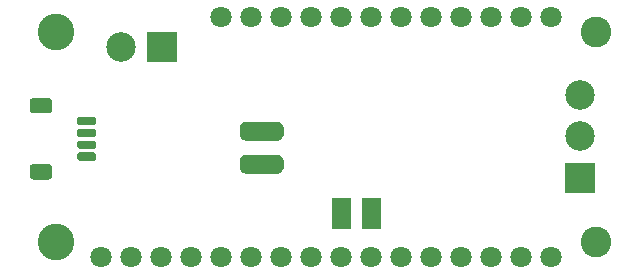
<source format=gbr>
%TF.GenerationSoftware,KiCad,Pcbnew,(5.1.6-0-10_14)*%
%TF.CreationDate,2021-10-24T22:13:31-07:00*%
%TF.ProjectId,Motor_Tester_DRV8830_Wing,4d6f746f-725f-4546-9573-7465725f4452,v01*%
%TF.SameCoordinates,Original*%
%TF.FileFunction,Soldermask,Bot*%
%TF.FilePolarity,Negative*%
%FSLAX46Y46*%
G04 Gerber Fmt 4.6, Leading zero omitted, Abs format (unit mm)*
G04 Created by KiCad (PCBNEW (5.1.6-0-10_14)) date 2021-10-24 22:13:31*
%MOMM*%
%LPD*%
G01*
G04 APERTURE LIST*
%ADD10C,0.100000*%
%ADD11R,1.101600X1.601600*%
%ADD12C,1.801600*%
%ADD13C,2.601600*%
%ADD14C,3.101600*%
%ADD15R,2.501600X2.501600*%
%ADD16C,2.501600*%
G04 APERTURE END LIST*
D10*
%TO.C,JP3*%
G36*
X145100000Y-86800000D02*
G01*
X145100000Y-87500000D01*
X145500000Y-87900000D01*
X148300000Y-87900000D01*
X148700000Y-87500000D01*
X148700000Y-86800000D01*
X148300000Y-86400000D01*
X145500000Y-86400000D01*
X145100000Y-86800000D01*
G37*
X145100000Y-86800000D02*
X145100000Y-87500000D01*
X145500000Y-87900000D01*
X148300000Y-87900000D01*
X148700000Y-87500000D01*
X148700000Y-86800000D01*
X148300000Y-86400000D01*
X145500000Y-86400000D01*
X145100000Y-86800000D01*
%TO.C,JP4*%
G36*
X145100000Y-89600000D02*
G01*
X145100000Y-90300000D01*
X145500000Y-90700000D01*
X148300000Y-90700000D01*
X148700000Y-90300000D01*
X148700000Y-89600000D01*
X148300000Y-89200000D01*
X145500000Y-89200000D01*
X145100000Y-89600000D01*
G37*
X145100000Y-89600000D02*
X145100000Y-90300000D01*
X145500000Y-90700000D01*
X148300000Y-90700000D01*
X148700000Y-90300000D01*
X148700000Y-89600000D01*
X148300000Y-89200000D01*
X145500000Y-89200000D01*
X145100000Y-89600000D01*
%TO.C,JP1*%
G36*
X152900000Y-92850000D02*
G01*
X152900000Y-95350000D01*
X154400000Y-95350000D01*
X154400000Y-92850000D01*
X152900000Y-92850000D01*
G37*
X152900000Y-92850000D02*
X152900000Y-95350000D01*
X154400000Y-95350000D01*
X154400000Y-92850000D01*
X152900000Y-92850000D01*
%TO.C,JP2*%
G36*
X155450000Y-92850000D02*
G01*
X155450000Y-95350000D01*
X156950000Y-95350000D01*
X156950000Y-92850000D01*
X155450000Y-92850000D01*
G37*
X155450000Y-92850000D02*
X155450000Y-95350000D01*
X156950000Y-95350000D01*
X156950000Y-92850000D01*
X155450000Y-92850000D01*
%TD*%
D11*
%TO.C,JP3*%
X146900000Y-87150000D03*
D10*
G36*
X145593887Y-87950198D02*
G01*
X145575466Y-87950198D01*
X145570486Y-87949953D01*
X145521655Y-87945143D01*
X145516725Y-87944412D01*
X145468600Y-87934840D01*
X145463763Y-87933628D01*
X145416808Y-87919384D01*
X145412115Y-87917705D01*
X145366782Y-87898928D01*
X145362274Y-87896796D01*
X145319001Y-87873665D01*
X145314727Y-87871103D01*
X145273928Y-87843843D01*
X145269923Y-87840873D01*
X145231994Y-87809745D01*
X145228300Y-87806397D01*
X145193603Y-87771700D01*
X145190255Y-87768006D01*
X145159127Y-87730077D01*
X145156157Y-87726072D01*
X145128897Y-87685273D01*
X145126335Y-87680999D01*
X145103204Y-87637726D01*
X145101072Y-87633218D01*
X145082295Y-87587885D01*
X145080616Y-87583192D01*
X145066372Y-87536237D01*
X145065160Y-87531400D01*
X145055588Y-87483275D01*
X145054857Y-87478345D01*
X145050047Y-87429514D01*
X145049802Y-87424534D01*
X145049802Y-87406113D01*
X145049200Y-87400000D01*
X145049200Y-86900000D01*
X145049802Y-86893887D01*
X145049802Y-86875466D01*
X145050047Y-86870486D01*
X145054857Y-86821655D01*
X145055588Y-86816725D01*
X145065160Y-86768600D01*
X145066372Y-86763763D01*
X145080616Y-86716808D01*
X145082295Y-86712115D01*
X145101072Y-86666782D01*
X145103204Y-86662274D01*
X145126335Y-86619001D01*
X145128897Y-86614727D01*
X145156157Y-86573928D01*
X145159127Y-86569923D01*
X145190255Y-86531994D01*
X145193603Y-86528300D01*
X145228300Y-86493603D01*
X145231994Y-86490255D01*
X145269923Y-86459127D01*
X145273928Y-86456157D01*
X145314727Y-86428897D01*
X145319001Y-86426335D01*
X145362274Y-86403204D01*
X145366782Y-86401072D01*
X145412115Y-86382295D01*
X145416808Y-86380616D01*
X145463763Y-86366372D01*
X145468600Y-86365160D01*
X145516725Y-86355588D01*
X145521655Y-86354857D01*
X145570486Y-86350047D01*
X145575466Y-86349802D01*
X145593887Y-86349802D01*
X145600000Y-86349200D01*
X146150000Y-86349200D01*
X146159911Y-86350176D01*
X146169440Y-86353067D01*
X146178223Y-86357761D01*
X146185921Y-86364079D01*
X146192239Y-86371777D01*
X146196933Y-86380560D01*
X146199824Y-86390089D01*
X146200800Y-86400000D01*
X146200800Y-87900000D01*
X146199824Y-87909911D01*
X146196933Y-87919440D01*
X146192239Y-87928223D01*
X146185921Y-87935921D01*
X146178223Y-87942239D01*
X146169440Y-87946933D01*
X146159911Y-87949824D01*
X146150000Y-87950800D01*
X145600000Y-87950800D01*
X145593887Y-87950198D01*
G37*
G36*
X147640089Y-87949824D02*
G01*
X147630560Y-87946933D01*
X147621777Y-87942239D01*
X147614079Y-87935921D01*
X147607761Y-87928223D01*
X147603067Y-87919440D01*
X147600176Y-87909911D01*
X147599200Y-87900000D01*
X147599200Y-86400000D01*
X147600176Y-86390089D01*
X147603067Y-86380560D01*
X147607761Y-86371777D01*
X147614079Y-86364079D01*
X147621777Y-86357761D01*
X147630560Y-86353067D01*
X147640089Y-86350176D01*
X147650000Y-86349200D01*
X148200000Y-86349200D01*
X148206113Y-86349802D01*
X148224534Y-86349802D01*
X148229514Y-86350047D01*
X148278345Y-86354857D01*
X148283275Y-86355588D01*
X148331400Y-86365160D01*
X148336237Y-86366372D01*
X148383192Y-86380616D01*
X148387885Y-86382295D01*
X148433218Y-86401072D01*
X148437726Y-86403204D01*
X148480999Y-86426335D01*
X148485273Y-86428897D01*
X148526072Y-86456157D01*
X148530077Y-86459127D01*
X148568006Y-86490255D01*
X148571700Y-86493603D01*
X148606397Y-86528300D01*
X148609745Y-86531994D01*
X148640873Y-86569923D01*
X148643843Y-86573928D01*
X148671103Y-86614727D01*
X148673665Y-86619001D01*
X148696796Y-86662274D01*
X148698928Y-86666782D01*
X148717705Y-86712115D01*
X148719384Y-86716808D01*
X148733628Y-86763763D01*
X148734840Y-86768600D01*
X148744412Y-86816725D01*
X148745143Y-86821655D01*
X148749953Y-86870486D01*
X148750198Y-86875466D01*
X148750198Y-86893887D01*
X148750800Y-86900000D01*
X148750800Y-87400000D01*
X148750198Y-87406113D01*
X148750198Y-87424534D01*
X148749953Y-87429514D01*
X148745143Y-87478345D01*
X148744412Y-87483275D01*
X148734840Y-87531400D01*
X148733628Y-87536237D01*
X148719384Y-87583192D01*
X148717705Y-87587885D01*
X148698928Y-87633218D01*
X148696796Y-87637726D01*
X148673665Y-87680999D01*
X148671103Y-87685273D01*
X148643843Y-87726072D01*
X148640873Y-87730077D01*
X148609745Y-87768006D01*
X148606397Y-87771700D01*
X148571700Y-87806397D01*
X148568006Y-87809745D01*
X148530077Y-87840873D01*
X148526072Y-87843843D01*
X148485273Y-87871103D01*
X148480999Y-87873665D01*
X148437726Y-87896796D01*
X148433218Y-87898928D01*
X148387885Y-87917705D01*
X148383192Y-87919384D01*
X148336237Y-87933628D01*
X148331400Y-87934840D01*
X148283275Y-87944412D01*
X148278345Y-87945143D01*
X148229514Y-87949953D01*
X148224534Y-87950198D01*
X148206113Y-87950198D01*
X148200000Y-87950800D01*
X147650000Y-87950800D01*
X147640089Y-87949824D01*
G37*
%TD*%
D11*
%TO.C,JP4*%
X146900000Y-89950000D03*
D10*
G36*
X145593887Y-90750198D02*
G01*
X145575466Y-90750198D01*
X145570486Y-90749953D01*
X145521655Y-90745143D01*
X145516725Y-90744412D01*
X145468600Y-90734840D01*
X145463763Y-90733628D01*
X145416808Y-90719384D01*
X145412115Y-90717705D01*
X145366782Y-90698928D01*
X145362274Y-90696796D01*
X145319001Y-90673665D01*
X145314727Y-90671103D01*
X145273928Y-90643843D01*
X145269923Y-90640873D01*
X145231994Y-90609745D01*
X145228300Y-90606397D01*
X145193603Y-90571700D01*
X145190255Y-90568006D01*
X145159127Y-90530077D01*
X145156157Y-90526072D01*
X145128897Y-90485273D01*
X145126335Y-90480999D01*
X145103204Y-90437726D01*
X145101072Y-90433218D01*
X145082295Y-90387885D01*
X145080616Y-90383192D01*
X145066372Y-90336237D01*
X145065160Y-90331400D01*
X145055588Y-90283275D01*
X145054857Y-90278345D01*
X145050047Y-90229514D01*
X145049802Y-90224534D01*
X145049802Y-90206113D01*
X145049200Y-90200000D01*
X145049200Y-89700000D01*
X145049802Y-89693887D01*
X145049802Y-89675466D01*
X145050047Y-89670486D01*
X145054857Y-89621655D01*
X145055588Y-89616725D01*
X145065160Y-89568600D01*
X145066372Y-89563763D01*
X145080616Y-89516808D01*
X145082295Y-89512115D01*
X145101072Y-89466782D01*
X145103204Y-89462274D01*
X145126335Y-89419001D01*
X145128897Y-89414727D01*
X145156157Y-89373928D01*
X145159127Y-89369923D01*
X145190255Y-89331994D01*
X145193603Y-89328300D01*
X145228300Y-89293603D01*
X145231994Y-89290255D01*
X145269923Y-89259127D01*
X145273928Y-89256157D01*
X145314727Y-89228897D01*
X145319001Y-89226335D01*
X145362274Y-89203204D01*
X145366782Y-89201072D01*
X145412115Y-89182295D01*
X145416808Y-89180616D01*
X145463763Y-89166372D01*
X145468600Y-89165160D01*
X145516725Y-89155588D01*
X145521655Y-89154857D01*
X145570486Y-89150047D01*
X145575466Y-89149802D01*
X145593887Y-89149802D01*
X145600000Y-89149200D01*
X146150000Y-89149200D01*
X146159911Y-89150176D01*
X146169440Y-89153067D01*
X146178223Y-89157761D01*
X146185921Y-89164079D01*
X146192239Y-89171777D01*
X146196933Y-89180560D01*
X146199824Y-89190089D01*
X146200800Y-89200000D01*
X146200800Y-90700000D01*
X146199824Y-90709911D01*
X146196933Y-90719440D01*
X146192239Y-90728223D01*
X146185921Y-90735921D01*
X146178223Y-90742239D01*
X146169440Y-90746933D01*
X146159911Y-90749824D01*
X146150000Y-90750800D01*
X145600000Y-90750800D01*
X145593887Y-90750198D01*
G37*
G36*
X147640089Y-90749824D02*
G01*
X147630560Y-90746933D01*
X147621777Y-90742239D01*
X147614079Y-90735921D01*
X147607761Y-90728223D01*
X147603067Y-90719440D01*
X147600176Y-90709911D01*
X147599200Y-90700000D01*
X147599200Y-89200000D01*
X147600176Y-89190089D01*
X147603067Y-89180560D01*
X147607761Y-89171777D01*
X147614079Y-89164079D01*
X147621777Y-89157761D01*
X147630560Y-89153067D01*
X147640089Y-89150176D01*
X147650000Y-89149200D01*
X148200000Y-89149200D01*
X148206113Y-89149802D01*
X148224534Y-89149802D01*
X148229514Y-89150047D01*
X148278345Y-89154857D01*
X148283275Y-89155588D01*
X148331400Y-89165160D01*
X148336237Y-89166372D01*
X148383192Y-89180616D01*
X148387885Y-89182295D01*
X148433218Y-89201072D01*
X148437726Y-89203204D01*
X148480999Y-89226335D01*
X148485273Y-89228897D01*
X148526072Y-89256157D01*
X148530077Y-89259127D01*
X148568006Y-89290255D01*
X148571700Y-89293603D01*
X148606397Y-89328300D01*
X148609745Y-89331994D01*
X148640873Y-89369923D01*
X148643843Y-89373928D01*
X148671103Y-89414727D01*
X148673665Y-89419001D01*
X148696796Y-89462274D01*
X148698928Y-89466782D01*
X148717705Y-89512115D01*
X148719384Y-89516808D01*
X148733628Y-89563763D01*
X148734840Y-89568600D01*
X148744412Y-89616725D01*
X148745143Y-89621655D01*
X148749953Y-89670486D01*
X148750198Y-89675466D01*
X148750198Y-89693887D01*
X148750800Y-89700000D01*
X148750800Y-90200000D01*
X148750198Y-90206113D01*
X148750198Y-90224534D01*
X148749953Y-90229514D01*
X148745143Y-90278345D01*
X148744412Y-90283275D01*
X148734840Y-90331400D01*
X148733628Y-90336237D01*
X148719384Y-90383192D01*
X148717705Y-90387885D01*
X148698928Y-90433218D01*
X148696796Y-90437726D01*
X148673665Y-90480999D01*
X148671103Y-90485273D01*
X148643843Y-90526072D01*
X148640873Y-90530077D01*
X148609745Y-90568006D01*
X148606397Y-90571700D01*
X148571700Y-90606397D01*
X148568006Y-90609745D01*
X148530077Y-90640873D01*
X148526072Y-90643843D01*
X148485273Y-90671103D01*
X148480999Y-90673665D01*
X148437726Y-90696796D01*
X148433218Y-90698928D01*
X148387885Y-90717705D01*
X148383192Y-90719384D01*
X148336237Y-90733628D01*
X148331400Y-90734840D01*
X148283275Y-90744412D01*
X148278345Y-90745143D01*
X148229514Y-90749953D01*
X148224534Y-90750198D01*
X148206113Y-90750198D01*
X148200000Y-90750800D01*
X147650000Y-90750800D01*
X147640089Y-90749824D01*
G37*
%TD*%
%TO.C,JP1*%
G36*
X152850176Y-94315089D02*
G01*
X152853067Y-94305560D01*
X152857761Y-94296777D01*
X152864079Y-94289079D01*
X152871821Y-94282732D01*
X153621821Y-93782732D01*
X153630609Y-93778047D01*
X153640142Y-93775166D01*
X153650053Y-93774200D01*
X153659963Y-93775187D01*
X153669489Y-93778087D01*
X153678179Y-93782732D01*
X154428179Y-94282732D01*
X154435883Y-94289041D01*
X154442209Y-94296733D01*
X154446913Y-94305511D01*
X154449813Y-94315037D01*
X154450800Y-94325000D01*
X154450800Y-95325000D01*
X154449824Y-95334911D01*
X154446933Y-95344440D01*
X154442239Y-95353223D01*
X154435921Y-95360921D01*
X154428223Y-95367239D01*
X154419440Y-95371933D01*
X154409911Y-95374824D01*
X154400000Y-95375800D01*
X152900000Y-95375800D01*
X152890089Y-95374824D01*
X152880560Y-95371933D01*
X152871777Y-95367239D01*
X152864079Y-95360921D01*
X152857761Y-95353223D01*
X152853067Y-95344440D01*
X152850176Y-95334911D01*
X152849200Y-95325000D01*
X152849200Y-94325000D01*
X152850176Y-94315089D01*
G37*
G36*
X152850176Y-92865089D02*
G01*
X152853067Y-92855560D01*
X152857761Y-92846777D01*
X152864079Y-92839079D01*
X152871777Y-92832761D01*
X152880560Y-92828067D01*
X152890089Y-92825176D01*
X152900000Y-92824200D01*
X154400000Y-92824200D01*
X154409911Y-92825176D01*
X154419440Y-92828067D01*
X154428223Y-92832761D01*
X154435921Y-92839079D01*
X154442239Y-92846777D01*
X154446933Y-92855560D01*
X154449824Y-92865089D01*
X154450800Y-92875000D01*
X154450800Y-94025000D01*
X154449824Y-94034911D01*
X154446933Y-94044440D01*
X154442239Y-94053223D01*
X154435921Y-94060921D01*
X154428223Y-94067239D01*
X154419440Y-94071933D01*
X154409911Y-94074824D01*
X154400000Y-94075800D01*
X154390089Y-94074824D01*
X154380560Y-94071933D01*
X154371821Y-94067268D01*
X153650000Y-93586054D01*
X152928179Y-94067268D01*
X152919391Y-94071953D01*
X152909858Y-94074834D01*
X152899947Y-94075800D01*
X152890037Y-94074813D01*
X152880511Y-94071913D01*
X152871733Y-94067209D01*
X152864041Y-94060883D01*
X152857732Y-94053179D01*
X152853047Y-94044391D01*
X152850166Y-94034858D01*
X152849200Y-94025000D01*
X152849200Y-92875000D01*
X152850176Y-92865089D01*
G37*
%TD*%
%TO.C,JP2*%
G36*
X155400176Y-94315089D02*
G01*
X155403067Y-94305560D01*
X155407761Y-94296777D01*
X155414079Y-94289079D01*
X155421821Y-94282732D01*
X156171821Y-93782732D01*
X156180609Y-93778047D01*
X156190142Y-93775166D01*
X156200053Y-93774200D01*
X156209963Y-93775187D01*
X156219489Y-93778087D01*
X156228179Y-93782732D01*
X156978179Y-94282732D01*
X156985883Y-94289041D01*
X156992209Y-94296733D01*
X156996913Y-94305511D01*
X156999813Y-94315037D01*
X157000800Y-94325000D01*
X157000800Y-95325000D01*
X156999824Y-95334911D01*
X156996933Y-95344440D01*
X156992239Y-95353223D01*
X156985921Y-95360921D01*
X156978223Y-95367239D01*
X156969440Y-95371933D01*
X156959911Y-95374824D01*
X156950000Y-95375800D01*
X155450000Y-95375800D01*
X155440089Y-95374824D01*
X155430560Y-95371933D01*
X155421777Y-95367239D01*
X155414079Y-95360921D01*
X155407761Y-95353223D01*
X155403067Y-95344440D01*
X155400176Y-95334911D01*
X155399200Y-95325000D01*
X155399200Y-94325000D01*
X155400176Y-94315089D01*
G37*
G36*
X155400176Y-92865089D02*
G01*
X155403067Y-92855560D01*
X155407761Y-92846777D01*
X155414079Y-92839079D01*
X155421777Y-92832761D01*
X155430560Y-92828067D01*
X155440089Y-92825176D01*
X155450000Y-92824200D01*
X156950000Y-92824200D01*
X156959911Y-92825176D01*
X156969440Y-92828067D01*
X156978223Y-92832761D01*
X156985921Y-92839079D01*
X156992239Y-92846777D01*
X156996933Y-92855560D01*
X156999824Y-92865089D01*
X157000800Y-92875000D01*
X157000800Y-94025000D01*
X156999824Y-94034911D01*
X156996933Y-94044440D01*
X156992239Y-94053223D01*
X156985921Y-94060921D01*
X156978223Y-94067239D01*
X156969440Y-94071933D01*
X156959911Y-94074824D01*
X156950000Y-94075800D01*
X156940089Y-94074824D01*
X156930560Y-94071933D01*
X156921821Y-94067268D01*
X156200000Y-93586054D01*
X155478179Y-94067268D01*
X155469391Y-94071953D01*
X155459858Y-94074834D01*
X155449947Y-94075800D01*
X155440037Y-94074813D01*
X155430511Y-94071913D01*
X155421733Y-94067209D01*
X155414041Y-94060883D01*
X155407732Y-94053179D01*
X155403047Y-94044391D01*
X155400166Y-94034858D01*
X155399200Y-94025000D01*
X155399200Y-92875000D01*
X155400176Y-92865089D01*
G37*
%TD*%
D12*
%TO.C,M1*%
X133350000Y-97790000D03*
X135890000Y-97790000D03*
X138430000Y-97790000D03*
X140970000Y-97790000D03*
X143510000Y-97790000D03*
X146050000Y-97790000D03*
X148590000Y-97790000D03*
X151130000Y-97790000D03*
X153670000Y-97790000D03*
X156210000Y-97790000D03*
X158750000Y-97790000D03*
X161290000Y-97790000D03*
X163830000Y-97790000D03*
X166370000Y-97790000D03*
X168910000Y-97790000D03*
X171450000Y-97790000D03*
X143510000Y-77470000D03*
X146050000Y-77470000D03*
X148590000Y-77470000D03*
X151130000Y-77470000D03*
X153670000Y-77470000D03*
X156210000Y-77470000D03*
X158750000Y-77470000D03*
X161290000Y-77470000D03*
X163830000Y-77470000D03*
X166370000Y-77470000D03*
X168910000Y-77470000D03*
X171450000Y-77470000D03*
D13*
X175260000Y-78740000D03*
X175260000Y-96520000D03*
D14*
X129540000Y-96520000D03*
X129540000Y-78740000D03*
%TD*%
D15*
%TO.C,J1*%
X138500000Y-80000000D03*
D16*
X135000000Y-80000000D03*
%TD*%
%TO.C,J2*%
G36*
G01*
X132750400Y-89650800D02*
X131449600Y-89650800D01*
G75*
G02*
X131274200Y-89475400I0J175400D01*
G01*
X131274200Y-89124600D01*
G75*
G02*
X131449600Y-88949200I175400J0D01*
G01*
X132750400Y-88949200D01*
G75*
G02*
X132925800Y-89124600I0J-175400D01*
G01*
X132925800Y-89475400D01*
G75*
G02*
X132750400Y-89650800I-175400J0D01*
G01*
G37*
G36*
G01*
X132750400Y-88650800D02*
X131449600Y-88650800D01*
G75*
G02*
X131274200Y-88475400I0J175400D01*
G01*
X131274200Y-88124600D01*
G75*
G02*
X131449600Y-87949200I175400J0D01*
G01*
X132750400Y-87949200D01*
G75*
G02*
X132925800Y-88124600I0J-175400D01*
G01*
X132925800Y-88475400D01*
G75*
G02*
X132750400Y-88650800I-175400J0D01*
G01*
G37*
G36*
G01*
X132750400Y-87650800D02*
X131449600Y-87650800D01*
G75*
G02*
X131274200Y-87475400I0J175400D01*
G01*
X131274200Y-87124600D01*
G75*
G02*
X131449600Y-86949200I175400J0D01*
G01*
X132750400Y-86949200D01*
G75*
G02*
X132925800Y-87124600I0J-175400D01*
G01*
X132925800Y-87475400D01*
G75*
G02*
X132750400Y-87650800I-175400J0D01*
G01*
G37*
G36*
G01*
X132750400Y-86650800D02*
X131449600Y-86650800D01*
G75*
G02*
X131274200Y-86475400I0J175400D01*
G01*
X131274200Y-86124600D01*
G75*
G02*
X131449600Y-85949200I175400J0D01*
G01*
X132750400Y-85949200D01*
G75*
G02*
X132925800Y-86124600I0J-175400D01*
G01*
X132925800Y-86475400D01*
G75*
G02*
X132750400Y-86650800I-175400J0D01*
G01*
G37*
G36*
G01*
X128904634Y-91250800D02*
X127545366Y-91250800D01*
G75*
G02*
X127274200Y-90979634I0J271166D01*
G01*
X127274200Y-90220366D01*
G75*
G02*
X127545366Y-89949200I271166J0D01*
G01*
X128904634Y-89949200D01*
G75*
G02*
X129175800Y-90220366I0J-271166D01*
G01*
X129175800Y-90979634D01*
G75*
G02*
X128904634Y-91250800I-271166J0D01*
G01*
G37*
G36*
G01*
X128904634Y-85650800D02*
X127545366Y-85650800D01*
G75*
G02*
X127274200Y-85379634I0J271166D01*
G01*
X127274200Y-84620366D01*
G75*
G02*
X127545366Y-84349200I271166J0D01*
G01*
X128904634Y-84349200D01*
G75*
G02*
X129175800Y-84620366I0J-271166D01*
G01*
X129175800Y-85379634D01*
G75*
G02*
X128904634Y-85650800I-271166J0D01*
G01*
G37*
%TD*%
D15*
%TO.C,J3*%
X173900000Y-91100000D03*
D16*
X173900000Y-87600000D03*
X173900000Y-84100000D03*
%TD*%
M02*

</source>
